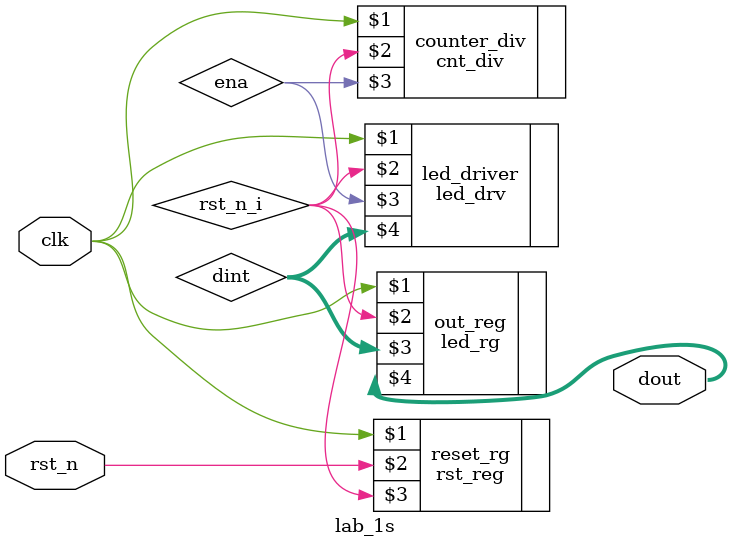
<source format=sv>
module lab_1s (
	(* altera_attribute = "-name IO_STANDARD \"3.3-V LVCMOS\"", chip_pin = "23" *)
	input clk,	
	(* altera_attribute = "-name IO_STANDARD \"2.5V\"", chip_pin = "64" *)
	input rst_n,
	(* altera_attribute = "-name IO_STANDARD \"2.5-V\"", chip_pin = "65, 66, 67, 68, 69, 70, 71, 72" *)		
	output reg [7:0]dout);
	
wire [7:0] dint;

wire rst_n_i, ena;

rst_reg reset_rg(clk, rst_n, rst_n_i);

cnt_div #(.cm()) //12500000
  counter_div(clk, rst_n_i, ena);

led_drv led_driver(clk, rst_n_i, ena, dint);

led_rg out_reg (clk, rst_n_i, dint, dout);

endmodule 
</source>
